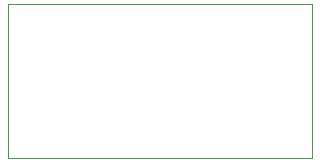
<source format=gbr>
%TF.GenerationSoftware,KiCad,Pcbnew,(5.1.9)-1*%
%TF.CreationDate,2021-02-04T07:58:19-05:00*%
%TF.ProjectId,NerdConsole_BreadBoard_Monitor8,4e657264-436f-46e7-936f-6c655f427265,rev?*%
%TF.SameCoordinates,Original*%
%TF.FileFunction,Profile,NP*%
%FSLAX46Y46*%
G04 Gerber Fmt 4.6, Leading zero omitted, Abs format (unit mm)*
G04 Created by KiCad (PCBNEW (5.1.9)-1) date 2021-02-04 07:58:19*
%MOMM*%
%LPD*%
G01*
G04 APERTURE LIST*
%TA.AperFunction,Profile*%
%ADD10C,0.050000*%
%TD*%
G04 APERTURE END LIST*
D10*
X164250000Y-92750000D02*
X164250000Y-79750000D01*
X138500000Y-92750000D02*
X164250000Y-92750000D01*
X138500000Y-79750000D02*
X138500000Y-92750000D01*
X164250000Y-79750000D02*
X138500000Y-79750000D01*
M02*

</source>
